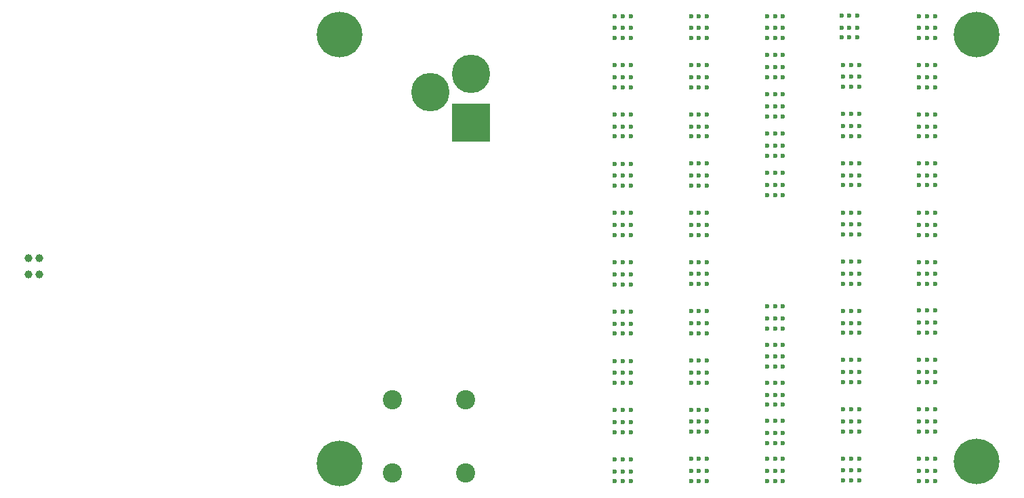
<source format=gbr>
G04 #@! TF.GenerationSoftware,KiCad,Pcbnew,no-vcs-found-01f5a12~58~ubuntu14.04.1*
G04 #@! TF.CreationDate,2017-05-04T16:20:22+02:00*
G04 #@! TF.ProjectId,leddy,6C656464792E6B696361645F70636200,rev?*
G04 #@! TF.FileFunction,Copper,L2,Bot,Signal*
G04 #@! TF.FilePolarity,Positive*
%FSLAX46Y46*%
G04 Gerber Fmt 4.6, Leading zero omitted, Abs format (unit mm)*
G04 Created by KiCad (PCBNEW no-vcs-found-01f5a12~58~ubuntu14.04.1) date Thu May  4 16:20:22 2017*
%MOMM*%
%LPD*%
G01*
G04 APERTURE LIST*
%ADD10C,0.100000*%
%ADD11C,1.000000*%
%ADD12C,2.397760*%
%ADD13C,4.800000*%
%ADD14R,4.800000X4.800000*%
%ADD15C,0.600000*%
%ADD16C,5.700000*%
G04 APERTURE END LIST*
D10*
D11*
X88740000Y-81200000D03*
X90110000Y-81220000D03*
X90090000Y-79160000D03*
X88720000Y-79150000D03*
D12*
X134228000Y-96856000D03*
X143372000Y-106000000D03*
X134228000Y-106000000D03*
X143372000Y-96856000D03*
D13*
X144000000Y-56100000D03*
D14*
X144000000Y-62200000D03*
D13*
X138920000Y-58390000D03*
D15*
X162000000Y-55055555D03*
X164000000Y-55055555D03*
X163000000Y-55055555D03*
X162000000Y-57805555D03*
X162000000Y-56555555D03*
X164000000Y-57805555D03*
X164000000Y-56555555D03*
X163000000Y-56555555D03*
X163000000Y-57805555D03*
X200000000Y-48900000D03*
X202000000Y-48900000D03*
X201000000Y-48900000D03*
X200000000Y-51650000D03*
X200000000Y-50400000D03*
X202000000Y-51650000D03*
X202000000Y-50400000D03*
X201000000Y-50400000D03*
X201000000Y-51650000D03*
X190300000Y-48850000D03*
X192300000Y-48850000D03*
X191300000Y-48850000D03*
X190300000Y-51600000D03*
X190300000Y-50350000D03*
X192300000Y-51600000D03*
X192300000Y-50350000D03*
X191300000Y-50350000D03*
X191300000Y-51600000D03*
X181000000Y-48900000D03*
X183000000Y-48900000D03*
X182000000Y-48900000D03*
X181000000Y-51650000D03*
X181000000Y-50400000D03*
X183000000Y-51650000D03*
X183000000Y-50400000D03*
X182000000Y-50400000D03*
X182000000Y-51650000D03*
X171500000Y-48900000D03*
X173500000Y-48900000D03*
X172500000Y-48900000D03*
X171500000Y-51650000D03*
X171500000Y-50400000D03*
X173500000Y-51650000D03*
X173500000Y-50400000D03*
X172500000Y-50400000D03*
X172500000Y-51650000D03*
X162000000Y-48900000D03*
X164000000Y-48900000D03*
X163000000Y-48900000D03*
X162000000Y-51650000D03*
X162000000Y-50400000D03*
X164000000Y-51650000D03*
X164000000Y-50400000D03*
X163000000Y-50400000D03*
X163000000Y-51650000D03*
D16*
X207200000Y-51200000D03*
X207200000Y-104600000D03*
X127600000Y-104800000D03*
X127600000Y-51200000D03*
D15*
X181000000Y-58700000D03*
X183000000Y-58700000D03*
X182000000Y-58700000D03*
X181000000Y-61450000D03*
X181000000Y-60200000D03*
X183000000Y-61450000D03*
X183000000Y-60200000D03*
X182000000Y-60200000D03*
X182000000Y-61450000D03*
X200000000Y-91900000D03*
X202000000Y-91900000D03*
X201000000Y-91900000D03*
X200000000Y-94650000D03*
X200000000Y-93400000D03*
X202000000Y-94650000D03*
X202000000Y-93400000D03*
X201000000Y-93400000D03*
X201000000Y-94650000D03*
X200000000Y-79650000D03*
X202000000Y-79650000D03*
X201000000Y-79650000D03*
X200000000Y-82400000D03*
X200000000Y-81150000D03*
X202000000Y-82400000D03*
X202000000Y-81150000D03*
X201000000Y-81150000D03*
X201000000Y-82400000D03*
X200000000Y-73500000D03*
X202000000Y-73500000D03*
X201000000Y-73500000D03*
X200000000Y-76250000D03*
X200000000Y-75000000D03*
X202000000Y-76250000D03*
X202000000Y-75000000D03*
X201000000Y-75000000D03*
X201000000Y-76250000D03*
X200000000Y-67300000D03*
X202000000Y-67300000D03*
X201000000Y-67300000D03*
X200000000Y-70050000D03*
X200000000Y-68800000D03*
X202000000Y-70050000D03*
X202000000Y-68800000D03*
X201000000Y-68800000D03*
X201000000Y-70050000D03*
X200000000Y-61200000D03*
X202000000Y-61200000D03*
X201000000Y-61200000D03*
X200000000Y-63950000D03*
X200000000Y-62700000D03*
X202000000Y-63950000D03*
X202000000Y-62700000D03*
X201000000Y-62700000D03*
X201000000Y-63950000D03*
X200000000Y-55050000D03*
X202000000Y-55050000D03*
X201000000Y-55050000D03*
X200000000Y-57800000D03*
X200000000Y-56550000D03*
X202000000Y-57800000D03*
X202000000Y-56550000D03*
X201000000Y-56550000D03*
X201000000Y-57800000D03*
X190500000Y-104199982D03*
X192500000Y-104199982D03*
X191500000Y-104199982D03*
X190500000Y-106949982D03*
X190500000Y-105699982D03*
X192500000Y-106949982D03*
X192500000Y-105699982D03*
X191500000Y-105699982D03*
X191500000Y-106949982D03*
X190500000Y-98049984D03*
X192500000Y-98049984D03*
X191500000Y-98049984D03*
X190500000Y-100799984D03*
X190500000Y-99549984D03*
X192500000Y-100799984D03*
X192500000Y-99549984D03*
X191500000Y-99549984D03*
X191500000Y-100799984D03*
X190500000Y-91899986D03*
X192500000Y-91899986D03*
X191500000Y-91899986D03*
X190500000Y-94649986D03*
X190500000Y-93399986D03*
X192500000Y-94649986D03*
X192500000Y-93399986D03*
X191500000Y-93399986D03*
X191500000Y-94649986D03*
X190500000Y-85749988D03*
X192500000Y-85749988D03*
X191500000Y-85749988D03*
X190500000Y-88499988D03*
X190500000Y-87249988D03*
X192500000Y-88499988D03*
X192500000Y-87249988D03*
X191500000Y-87249988D03*
X191500000Y-88499988D03*
X190500000Y-73449992D03*
X192500000Y-73449992D03*
X191500000Y-73449992D03*
X190500000Y-76199992D03*
X190500000Y-74949992D03*
X192500000Y-76199992D03*
X192500000Y-74949992D03*
X191500000Y-74949992D03*
X191500000Y-76199992D03*
X190500000Y-67299994D03*
X192500000Y-67299994D03*
X191500000Y-67299994D03*
X190500000Y-70049994D03*
X190500000Y-68799994D03*
X192500000Y-70049994D03*
X192500000Y-68799994D03*
X191500000Y-68799994D03*
X191500000Y-70049994D03*
X190500000Y-61149996D03*
X192500000Y-61149996D03*
X191500000Y-61149996D03*
X190500000Y-63899996D03*
X190500000Y-62649996D03*
X192500000Y-63899996D03*
X192500000Y-62649996D03*
X191500000Y-62649996D03*
X191500000Y-63899996D03*
X190500000Y-54999998D03*
X192500000Y-54999998D03*
X191500000Y-54999998D03*
X190500000Y-57749998D03*
X190500000Y-56499998D03*
X192500000Y-57749998D03*
X192500000Y-56499998D03*
X191500000Y-56499998D03*
X191500000Y-57749998D03*
X181000000Y-104250000D03*
X183000000Y-104250000D03*
X182000000Y-104250000D03*
X181000000Y-107000000D03*
X181000000Y-105750000D03*
X183000000Y-107000000D03*
X183000000Y-105750000D03*
X182000000Y-105750000D03*
X182000000Y-107000000D03*
X181000000Y-99487500D03*
X183000000Y-99487500D03*
X182000000Y-99487500D03*
X181000000Y-102237500D03*
X181000000Y-100987500D03*
X183000000Y-102237500D03*
X183000000Y-100987500D03*
X182000000Y-100987500D03*
X182000000Y-102237500D03*
X181000000Y-94725000D03*
X183000000Y-94725000D03*
X182000000Y-94725000D03*
X181000000Y-97475000D03*
X181000000Y-96225000D03*
X183000000Y-97475000D03*
X183000000Y-96225000D03*
X182000000Y-96225000D03*
X182000000Y-97475000D03*
X181000000Y-89962500D03*
X183000000Y-89962500D03*
X182000000Y-89962500D03*
X181000000Y-92712500D03*
X181000000Y-91462500D03*
X183000000Y-92712500D03*
X183000000Y-91462500D03*
X182000000Y-91462500D03*
X182000000Y-92712500D03*
X181000000Y-85200000D03*
X183000000Y-85200000D03*
X182000000Y-85200000D03*
X181000000Y-87950000D03*
X181000000Y-86700000D03*
X183000000Y-87950000D03*
X183000000Y-86700000D03*
X182000000Y-86700000D03*
X182000000Y-87950000D03*
X181000000Y-68500000D03*
X183000000Y-68500000D03*
X182000000Y-68500000D03*
X181000000Y-71250000D03*
X181000000Y-70000000D03*
X183000000Y-71250000D03*
X183000000Y-70000000D03*
X182000000Y-70000000D03*
X182000000Y-71250000D03*
X190500000Y-79599990D03*
X192500000Y-79599990D03*
X191500000Y-79599990D03*
X190500000Y-82349990D03*
X190500000Y-81099990D03*
X192500000Y-82349990D03*
X192500000Y-81099990D03*
X191500000Y-81099990D03*
X191500000Y-82349990D03*
X200000000Y-85700000D03*
X202000000Y-85700000D03*
X201000000Y-85700000D03*
X200000000Y-88450000D03*
X200000000Y-87200000D03*
X202000000Y-88450000D03*
X202000000Y-87200000D03*
X201000000Y-87200000D03*
X201000000Y-88450000D03*
X181000000Y-53800000D03*
X183000000Y-53800000D03*
X182000000Y-53800000D03*
X181000000Y-56550000D03*
X181000000Y-55300000D03*
X183000000Y-56550000D03*
X183000000Y-55300000D03*
X182000000Y-55300000D03*
X182000000Y-56550000D03*
X171500000Y-104250000D03*
X173500000Y-104250000D03*
X172500000Y-104250000D03*
X171500000Y-107000000D03*
X171500000Y-105750000D03*
X173500000Y-107000000D03*
X173500000Y-105750000D03*
X172500000Y-105750000D03*
X172500000Y-107000000D03*
X171500000Y-98100000D03*
X173500000Y-98100000D03*
X172500000Y-98100000D03*
X171500000Y-100850000D03*
X171500000Y-99600000D03*
X173500000Y-100850000D03*
X173500000Y-99600000D03*
X172500000Y-99600000D03*
X172500000Y-100850000D03*
X171500000Y-91950000D03*
X173500000Y-91950000D03*
X172500000Y-91950000D03*
X171500000Y-94700000D03*
X171500000Y-93450000D03*
X173500000Y-94700000D03*
X173500000Y-93450000D03*
X172500000Y-93450000D03*
X172500000Y-94700000D03*
X171500000Y-85800000D03*
X173500000Y-85800000D03*
X172500000Y-85800000D03*
X171500000Y-88550000D03*
X171500000Y-87300000D03*
X173500000Y-88550000D03*
X173500000Y-87300000D03*
X172500000Y-87300000D03*
X172500000Y-88550000D03*
X171500000Y-79650000D03*
X173500000Y-79650000D03*
X172500000Y-79650000D03*
X171500000Y-82400000D03*
X171500000Y-81150000D03*
X173500000Y-82400000D03*
X173500000Y-81150000D03*
X172500000Y-81150000D03*
X172500000Y-82400000D03*
X171500000Y-73500000D03*
X173500000Y-73500000D03*
X172500000Y-73500000D03*
X171500000Y-76250000D03*
X171500000Y-75000000D03*
X173500000Y-76250000D03*
X173500000Y-75000000D03*
X172500000Y-75000000D03*
X172500000Y-76250000D03*
X171500000Y-67350000D03*
X173500000Y-67350000D03*
X172500000Y-67350000D03*
X171500000Y-70100000D03*
X171500000Y-68850000D03*
X173500000Y-70100000D03*
X173500000Y-68850000D03*
X172500000Y-68850000D03*
X172500000Y-70100000D03*
X171500000Y-61200000D03*
X173500000Y-61200000D03*
X172500000Y-61200000D03*
X171500000Y-63950000D03*
X171500000Y-62700000D03*
X173500000Y-63950000D03*
X173500000Y-62700000D03*
X172500000Y-62700000D03*
X172500000Y-63950000D03*
X171500000Y-55050000D03*
X173500000Y-55050000D03*
X172500000Y-55050000D03*
X171500000Y-57800000D03*
X171500000Y-56550000D03*
X173500000Y-57800000D03*
X173500000Y-56550000D03*
X172500000Y-56550000D03*
X172500000Y-57800000D03*
X181000000Y-63600000D03*
X183000000Y-63600000D03*
X182000000Y-63600000D03*
X181000000Y-66350000D03*
X181000000Y-65100000D03*
X183000000Y-66350000D03*
X183000000Y-65100000D03*
X182000000Y-65100000D03*
X182000000Y-66350000D03*
X200000000Y-98050000D03*
X202000000Y-98050000D03*
X201000000Y-98050000D03*
X200000000Y-100800000D03*
X200000000Y-99550000D03*
X202000000Y-100800000D03*
X202000000Y-99550000D03*
X201000000Y-99550000D03*
X201000000Y-100800000D03*
X200000000Y-104250000D03*
X202000000Y-104250000D03*
X201000000Y-104250000D03*
X200000000Y-107000000D03*
X200000000Y-105750000D03*
X202000000Y-107000000D03*
X202000000Y-105750000D03*
X201000000Y-105750000D03*
X201000000Y-107000000D03*
X162000000Y-104299995D03*
X164000000Y-104299995D03*
X163000000Y-104299995D03*
X162000000Y-107049995D03*
X162000000Y-105799995D03*
X164000000Y-107049995D03*
X164000000Y-105799995D03*
X163000000Y-105799995D03*
X163000000Y-107049995D03*
X162000000Y-98144440D03*
X164000000Y-98144440D03*
X163000000Y-98144440D03*
X162000000Y-100894440D03*
X162000000Y-99644440D03*
X164000000Y-100894440D03*
X164000000Y-99644440D03*
X163000000Y-99644440D03*
X163000000Y-100894440D03*
X162000000Y-91988885D03*
X164000000Y-91988885D03*
X163000000Y-91988885D03*
X162000000Y-94738885D03*
X162000000Y-93488885D03*
X164000000Y-94738885D03*
X164000000Y-93488885D03*
X163000000Y-93488885D03*
X163000000Y-94738885D03*
X162000000Y-85833330D03*
X164000000Y-85833330D03*
X163000000Y-85833330D03*
X162000000Y-88583330D03*
X162000000Y-87333330D03*
X164000000Y-88583330D03*
X164000000Y-87333330D03*
X163000000Y-87333330D03*
X163000000Y-88583330D03*
X162000000Y-79677775D03*
X164000000Y-79677775D03*
X163000000Y-79677775D03*
X162000000Y-82427775D03*
X162000000Y-81177775D03*
X164000000Y-82427775D03*
X164000000Y-81177775D03*
X163000000Y-81177775D03*
X163000000Y-82427775D03*
X162000000Y-73522220D03*
X164000000Y-73522220D03*
X163000000Y-73522220D03*
X162000000Y-76272220D03*
X162000000Y-75022220D03*
X164000000Y-76272220D03*
X164000000Y-75022220D03*
X163000000Y-75022220D03*
X163000000Y-76272220D03*
X162000000Y-67366665D03*
X164000000Y-67366665D03*
X163000000Y-67366665D03*
X162000000Y-70116665D03*
X162000000Y-68866665D03*
X164000000Y-70116665D03*
X164000000Y-68866665D03*
X163000000Y-68866665D03*
X163000000Y-70116665D03*
X162000000Y-61211110D03*
X164000000Y-61211110D03*
X163000000Y-61211110D03*
X162000000Y-63961110D03*
X162000000Y-62711110D03*
X164000000Y-63961110D03*
X164000000Y-62711110D03*
X163000000Y-62711110D03*
X163000000Y-63961110D03*
M02*

</source>
